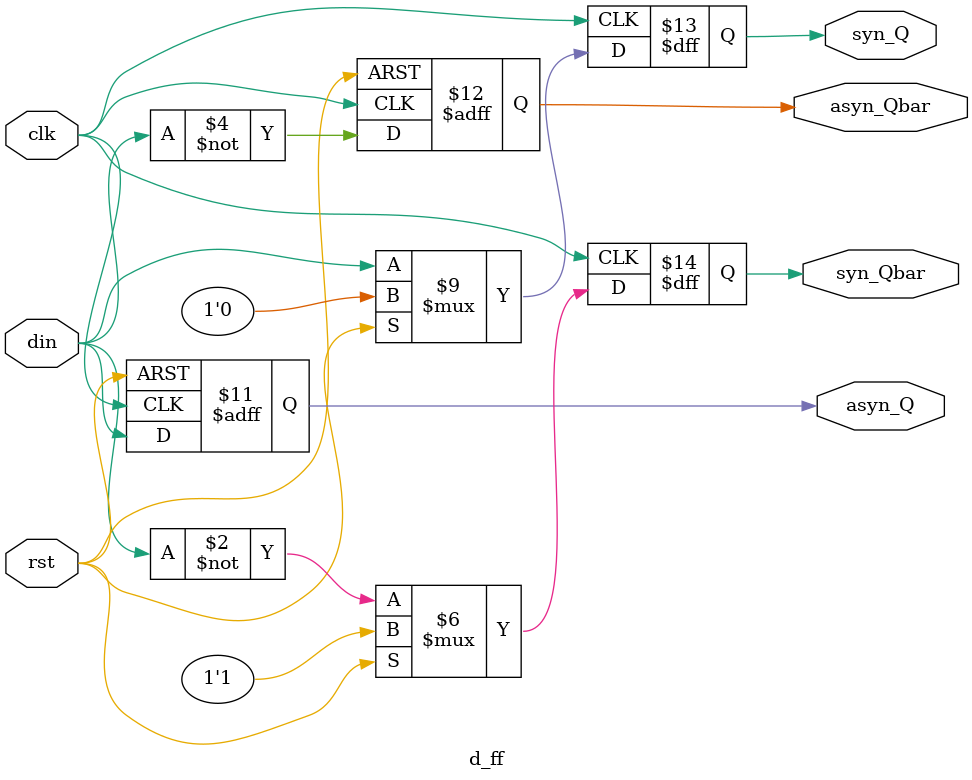
<source format=v>
/* Implement D-Flipflop with Synchronous and Asynchronous Reset. Assume both True and 
complemented output pins are available in the D-Flipflop and 
it should send a value of '0'  on the true output pin when the user applies Active High reset onto Flipflop. */

`timescale 1ns/1ps

module d_ff(
    input din, clk, rst,
    output reg syn_Q, syn_Qbar,asyn_Q, asyn_Qbar
    );
  // synchronous  
always @(posedge clk)
    begin
        if (rst) begin
            syn_Q <= 1'b0;
            syn_Qbar <= 1'b1;  // ~1'b0 is 1'b1
        end
        else begin
            syn_Q <= din;
            syn_Qbar <= ~din;  // Complement directly from din
        end 
    
    end
    // asynchronous
always @(posedge clk,posedge rst)
        begin
            if (rst) begin
                asyn_Q <= 1'b0;
                asyn_Qbar <= 1'b1;  // ~1'b0 is 1'b1
            end
            else begin
                asyn_Q <= din;
                asyn_Qbar <= ~din;  // Complement directly from din
            end 
        
        end
    
endmodule

</source>
